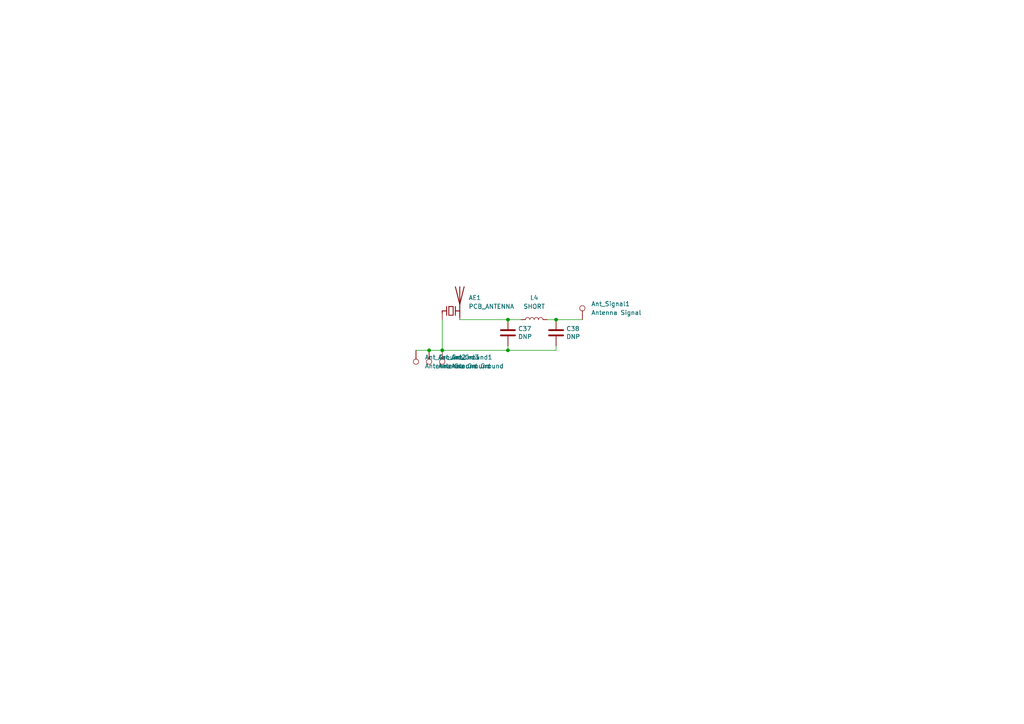
<source format=kicad_sch>
(kicad_sch (version 20211123) (generator eeschema)
  (paper "A4")
  (lib_symbols
    (symbol "Connector:TestPoint" (pin_numbers hide) (pin_names (offset 0.762) hide)
      (property "Reference" "TP" (at 0 6.858 0))
      (property "Value" "TestPoint" (at 0 5.08 0))
      (symbol "TestPoint_0_1"
        (circle (center 0 3.302) (radius 0.762))
      )
      (symbol "TestPoint_1_1"
        (pin passive line (at 0 0 90) (length 2.54) (name "1") (number "1"))
      )
    )
    (symbol "Device:Antenna_Chip" (pin_numbers hide) (pin_names (offset 1.016) hide)
      (property "Reference" "AE" (at 0 5.08 0))
      (property "Value" "Antenna_Chip" (at 0 3.175 0))
      (symbol "Antenna_Chip_0_1"
        (polyline (pts (xy -2.54 0) (xy -2.54 -0.635)) (stroke (width 0.254)))
        (polyline (pts (xy -2.54 0) (xy -1.27 0)) (stroke (width 0.254)))
        (polyline (pts (xy 1.27 0) (xy 2.54 0)) (stroke (width 0.254)))
        (polyline (pts (xy 1.27 1.27) (xy 1.27 -1.27)) (stroke (width 0.254)))
        (polyline (pts (xy 2.54 -0.635) (xy 2.54 0)))
        (polyline (pts (xy 2.54 6.985) (xy 2.54 -1.905)) (stroke (width 0.254)))
        (polyline (pts (xy -1.27 1.27) (xy -1.27 -1.27) (xy -1.27 0)) (stroke (width 0.254)))
        (polyline (pts (xy 3.81 6.985) (xy 2.54 1.905) (xy 1.27 6.985)) (stroke (width 0.254)))
        (polyline (pts (xy -0.635 1.27) (xy 0.635 1.27) (xy 0.635 -1.27) (xy -0.635 -1.27) (xy -0.635 1.27)) (stroke (width 0.254)))
      )
      (symbol "Antenna_Chip_1_1"
        (pin input line (at -2.54 -2.54 90) (length 2.54) (name "FEED") (number "1"))
        (pin passive line (at 2.54 -2.54 90) (length 2.54) (name "PCB_Trace") (number "2"))
      )
    )
    (symbol "Device:C" (pin_numbers hide) (pin_names (offset 0.254))
      (property "Reference" "C" (at 0.635 2.54 0))
      (property "Value" "C" (at 0.635 -2.54 0))
      (symbol "C_0_1"
        (polyline (pts (xy -2.032 -0.762) (xy 2.032 -0.762)) (stroke (width 0.508)))
        (polyline (pts (xy -2.032 0.762) (xy 2.032 0.762)) (stroke (width 0.508)))
      )
      (symbol "C_1_1"
        (pin passive line (at 0 3.81 270) (length 2.794) (name "~") (number "1"))
        (pin passive line (at 0 -3.81 90) (length 2.794) (name "~") (number "2"))
      )
    )
    (symbol "Device:L" (pin_numbers hide) (pin_names (offset 1.016) hide)
      (property "Reference" "L" (at -1.27 0 90))
      (property "Value" "L" (at 1.905 0 90))
      (symbol "L_0_1"
        (arc (start 0 -2.54) (mid 0.635 -1.905) (end 0 -1.27))
        (arc (start 0 -1.27) (mid 0.635 -0.635) (end 0 0))
        (arc (start 0 0) (mid 0.635 0.635) (end 0 1.27))
        (arc (start 0 1.27) (mid 0.635 1.905) (end 0 2.54))
      )
      (symbol "L_1_1"
        (pin passive line (at 0 3.81 270) (length 1.27) (name "1") (number "1"))
        (pin passive line (at 0 -3.81 90) (length 1.27) (name "2") (number "2"))
      )
    )
  )
  (junction (at 128.27 101.6))
  (junction (at 124.46 101.6))
  (junction (at 147.32 101.6))
  (junction (at 161.29 92.71))
  (junction (at 147.32 92.71))
  (wire (pts (xy 128.27 101.6) (xy 147.32 101.6)))
  (wire (pts (xy 147.32 101.6) (xy 161.29 101.6)))
  (wire (pts (xy 120.65 101.6) (xy 124.46 101.6)))
  (wire (pts (xy 133.35 92.71) (xy 147.32 92.71)))
  (wire (pts (xy 158.75 92.71) (xy 161.29 92.71)))
  (wire (pts (xy 147.32 100.33) (xy 147.32 101.6)))
  (wire (pts (xy 161.29 100.33) (xy 161.29 101.6)))
  (wire (pts (xy 147.32 92.71) (xy 151.13 92.71)))
  (wire (pts (xy 161.29 92.71) (xy 168.91 92.71)))
  (wire (pts (xy 128.27 92.71) (xy 128.27 101.6)))
  (wire (pts (xy 124.46 101.6) (xy 128.27 101.6)))
  (symbol (lib_id "Device:L") (at 154.94 92.71 90) (unit 1)
    (property "Reference" "L4" (at 154.94 86.36 90))
    (property "Value" "SHORT" (at 154.94 88.9 90))
    (property "Footprint" "Inductor_SMD:L_0402_1005Metric" (effects hide))
    (property "LCSC Part #" "C17168" (effects hide))
  )
  (symbol (lib_id "Connector:TestPoint") (at 128.27 101.6 180) (unit 1)
    (property "Reference" "Ant_Ground1" (at 130.81 103.6319 0) (effects (justify right)))
    (property "Value" "Antenna Ground" (at 130.81 106.1719 0) (effects (justify right)))
    (property "Footprint" "Connector_Wire:SolderWirePad_1x01_SMD_1x2mm" (effects hide))
  )
  (symbol (lib_id "Device:Antenna_Chip") (at 130.81 90.17 0) (unit 1)
    (property "Reference" "AE1" (at 135.89 86.3599 0) (effects (justify left)))
    (property "Value" "PCB_ANTENNA" (at 135.89 88.8999 0) (effects (justify left)))
    (property "Footprint" "Custom_Library:2.4_Ti" (effects hide))
  )
  (symbol (lib_id "Connector:TestPoint") (at 124.46 101.6 180) (unit 1)
    (property "Reference" "Ant_Ground3" (at 127 103.6319 0) (effects (justify right)))
    (property "Value" "Antenna Ground" (at 127 106.1719 0) (effects (justify right)))
    (property "Footprint" "Connector_Wire:SolderWirePad_1x01_SMD_1x2mm" (effects hide))
  )
  (symbol (lib_id "Device:C") (at 161.29 96.52 0) (unit 1)
    (property "Reference" "C38" (at 164.211 95.3516 0) (effects (justify left)))
    (property "Value" "DNP" (at 164.211 97.663 0) (effects (justify left)))
    (property "Footprint" "Capacitor_SMD:C_0402_1005Metric" (effects hide))
  )
  (symbol (lib_id "Connector:TestPoint") (at 168.91 92.71 0) (unit 1)
    (property "Reference" "Ant_Signal1" (at 171.45 88.1379 0) (effects (justify left)))
    (property "Value" "Antenna Signal" (at 171.45 90.6779 0) (effects (justify left)))
    (property "Footprint" "Connector_Wire:SolderWirePad_1x01_SMD_1x2mm" (effects hide))
  )
  (symbol (lib_id "Device:C") (at 147.32 96.52 0) (unit 1)
    (property "Reference" "C37" (at 150.241 95.3516 0) (effects (justify left)))
    (property "Value" "DNP" (at 150.241 97.663 0) (effects (justify left)))
    (property "Footprint" "Capacitor_SMD:C_0402_1005Metric" (effects hide))
  )
  (symbol (lib_id "Connector:TestPoint") (at 120.65 101.6 180) (unit 1)
    (property "Reference" "Ant_Ground2" (at 123.19 103.6319 0) (effects (justify right)))
    (property "Value" "Antenna Ground" (at 123.19 106.1719 0) (effects (justify right)))
    (property "Footprint" "Connector_Wire:SolderWirePad_1x01_SMD_1x2mm" (effects hide))
  )
)
</source>
